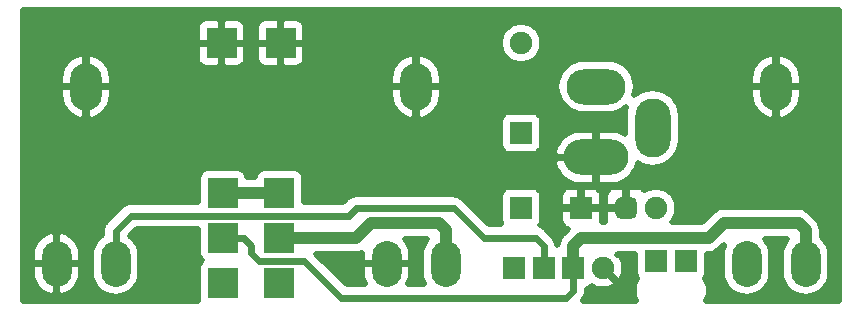
<source format=gbr>
G04 #@! TF.GenerationSoftware,KiCad,Pcbnew,5.1.6-c6e7f7d~87~ubuntu19.10.1*
G04 #@! TF.CreationDate,2022-07-30T15:19:17+06:00*
G04 #@! TF.ProjectId,1590BB2_connector_board_extended_r1a,31353930-4242-4325-9f63-6f6e6e656374,1A*
G04 #@! TF.SameCoordinates,Original*
G04 #@! TF.FileFunction,Copper,L2,Bot*
G04 #@! TF.FilePolarity,Positive*
%FSLAX46Y46*%
G04 Gerber Fmt 4.6, Leading zero omitted, Abs format (unit mm)*
G04 Created by KiCad (PCBNEW 5.1.6-c6e7f7d~87~ubuntu19.10.1) date 2022-07-30 15:19:17*
%MOMM*%
%LPD*%
G01*
G04 APERTURE LIST*
G04 #@! TA.AperFunction,ComponentPad*
%ADD10R,2.500000X2.500000*%
G04 #@! TD*
G04 #@! TA.AperFunction,ComponentPad*
%ADD11O,2.700000X4.000000*%
G04 #@! TD*
G04 #@! TA.AperFunction,ComponentPad*
%ADD12O,2.500000X3.900000*%
G04 #@! TD*
G04 #@! TA.AperFunction,ComponentPad*
%ADD13O,5.500000X3.000000*%
G04 #@! TD*
G04 #@! TA.AperFunction,ComponentPad*
%ADD14O,3.000000X5.000000*%
G04 #@! TD*
G04 #@! TA.AperFunction,ComponentPad*
%ADD15O,5.000000X3.000000*%
G04 #@! TD*
G04 #@! TA.AperFunction,ComponentPad*
%ADD16C,1.900000*%
G04 #@! TD*
G04 #@! TA.AperFunction,ComponentPad*
%ADD17R,1.900000X1.900000*%
G04 #@! TD*
G04 #@! TA.AperFunction,Conductor*
%ADD18C,1.000000*%
G04 #@! TD*
G04 #@! TA.AperFunction,Conductor*
%ADD19C,0.600000*%
G04 #@! TD*
G04 #@! TA.AperFunction,Conductor*
%ADD20C,0.500000*%
G04 #@! TD*
G04 APERTURE END LIST*
D10*
X92670000Y-139075000D03*
X87670000Y-139075000D03*
X87770000Y-151775000D03*
X87770000Y-155575000D03*
X87770000Y-159375000D03*
X92570000Y-151775000D03*
X92570000Y-159375000D03*
X92570000Y-155575000D03*
D11*
X104140000Y-142755000D03*
D12*
X106640000Y-157755000D03*
X101640000Y-157755000D03*
D11*
X134620000Y-142755000D03*
D12*
X137120000Y-157755000D03*
X132120000Y-157755000D03*
X73700000Y-157755000D03*
X78700000Y-157755000D03*
D11*
X76200000Y-142755000D03*
D13*
X119380000Y-148755000D03*
D14*
X124180000Y-146255000D03*
D15*
X119380000Y-142755000D03*
D16*
X113030000Y-139065000D03*
D17*
X113030000Y-146685000D03*
X112455000Y-158115000D03*
X114955000Y-158115000D03*
X117455000Y-158115000D03*
D16*
X119955000Y-158115000D03*
D17*
X118110000Y-153035000D03*
X113030000Y-153035000D03*
X124460000Y-157480000D03*
D16*
X124460000Y-153035000D03*
G04 #@! TA.AperFunction,ComponentPad*
G36*
G01*
X122870000Y-152655000D02*
X122870000Y-153415000D01*
G75*
G02*
X122300000Y-153985000I-570000J0D01*
G01*
X121540000Y-153985000D01*
G75*
G02*
X120970000Y-153415000I0J570000D01*
G01*
X120970000Y-152655000D01*
G75*
G02*
X121540000Y-152085000I570000J0D01*
G01*
X122300000Y-152085000D01*
G75*
G02*
X122870000Y-152655000I0J-570000D01*
G01*
G37*
G04 #@! TD.AperFunction*
D17*
X127000000Y-157480000D03*
D18*
X136525000Y-154305000D02*
X137120000Y-154900000D01*
X137120000Y-154900000D02*
X137120000Y-157755000D01*
X130175000Y-154305000D02*
X136525000Y-154305000D01*
X128905000Y-155575000D02*
X130175000Y-154305000D01*
X118110000Y-155575000D02*
X128905000Y-155575000D01*
X117455000Y-156230000D02*
X118110000Y-155575000D01*
X117455000Y-158115000D02*
X117455000Y-156230000D01*
D19*
X87770000Y-155575000D02*
X89535000Y-155575000D01*
X89535000Y-155575000D02*
X90170000Y-156210000D01*
X90170000Y-156845000D02*
X90805000Y-157480000D01*
X90805000Y-157480000D02*
X94615000Y-157480000D01*
X90170000Y-156210000D02*
X90170000Y-156845000D01*
X94615000Y-157480000D02*
X97790000Y-160655000D01*
X117455000Y-160040000D02*
X117455000Y-158115000D01*
X116840000Y-160655000D02*
X117455000Y-160040000D01*
X97790000Y-160655000D02*
X116840000Y-160655000D01*
X114300000Y-155575000D02*
X114955000Y-156230000D01*
X107315000Y-153035000D02*
X109855000Y-155575000D01*
X99060000Y-153035000D02*
X107315000Y-153035000D01*
X98425000Y-153670000D02*
X99060000Y-153035000D01*
X114955000Y-156230000D02*
X114955000Y-158115000D01*
X109855000Y-155575000D02*
X114300000Y-155575000D01*
X80010000Y-153670000D02*
X98425000Y-153670000D01*
X78700000Y-154980000D02*
X80010000Y-153670000D01*
X78700000Y-157755000D02*
X78700000Y-154980000D01*
D18*
X99060000Y-155575000D02*
X92570000Y-155575000D01*
X100330000Y-154305000D02*
X99060000Y-155575000D01*
X106045000Y-154305000D02*
X100330000Y-154305000D01*
X106640000Y-154900000D02*
X106045000Y-154305000D01*
X106640000Y-157755000D02*
X106640000Y-154900000D01*
X87770000Y-151775000D02*
X92570000Y-151775000D01*
D20*
G36*
X122655888Y-158430000D02*
G01*
X122672300Y-158596629D01*
X122720903Y-158756855D01*
X122799832Y-158904519D01*
X122859067Y-158976697D01*
X122766711Y-159114918D01*
X122622675Y-159462653D01*
X122549245Y-159831807D01*
X122549245Y-160208193D01*
X122622675Y-160577347D01*
X122745966Y-160875000D01*
X118250304Y-160875000D01*
X118272107Y-160857107D01*
X118415816Y-160681997D01*
X118522602Y-160482215D01*
X118588360Y-160265439D01*
X118605000Y-160096492D01*
X118605000Y-160096483D01*
X118610563Y-160040001D01*
X118605000Y-159983519D01*
X118605000Y-159892577D01*
X118731855Y-159854097D01*
X118879519Y-159775168D01*
X119008948Y-159668948D01*
X119020233Y-159655197D01*
X119243463Y-159777873D01*
X119581545Y-159884735D01*
X119933979Y-159923587D01*
X120287221Y-159892936D01*
X120627695Y-159793961D01*
X120942318Y-159630463D01*
X120977276Y-159607107D01*
X121047781Y-159278492D01*
X119955000Y-158185711D01*
X119940858Y-158199853D01*
X119870147Y-158129142D01*
X119884289Y-158115000D01*
X119870147Y-158100858D01*
X119940858Y-158030147D01*
X119955000Y-158044289D01*
X119969142Y-158030147D01*
X120039853Y-158100858D01*
X120025711Y-158115000D01*
X121118492Y-159207781D01*
X121447107Y-159137276D01*
X121617873Y-158826537D01*
X121724735Y-158488455D01*
X121763587Y-158136021D01*
X121732936Y-157782779D01*
X121633961Y-157442305D01*
X121470463Y-157127682D01*
X121447107Y-157092724D01*
X121118494Y-157022219D01*
X121215713Y-156925000D01*
X122655888Y-156925000D01*
X122655888Y-158430000D01*
G37*
X122655888Y-158430000D02*
X122672300Y-158596629D01*
X122720903Y-158756855D01*
X122799832Y-158904519D01*
X122859067Y-158976697D01*
X122766711Y-159114918D01*
X122622675Y-159462653D01*
X122549245Y-159831807D01*
X122549245Y-160208193D01*
X122622675Y-160577347D01*
X122745966Y-160875000D01*
X118250304Y-160875000D01*
X118272107Y-160857107D01*
X118415816Y-160681997D01*
X118522602Y-160482215D01*
X118588360Y-160265439D01*
X118605000Y-160096492D01*
X118605000Y-160096483D01*
X118610563Y-160040001D01*
X118605000Y-159983519D01*
X118605000Y-159892577D01*
X118731855Y-159854097D01*
X118879519Y-159775168D01*
X119008948Y-159668948D01*
X119020233Y-159655197D01*
X119243463Y-159777873D01*
X119581545Y-159884735D01*
X119933979Y-159923587D01*
X120287221Y-159892936D01*
X120627695Y-159793961D01*
X120942318Y-159630463D01*
X120977276Y-159607107D01*
X121047781Y-159278492D01*
X119955000Y-158185711D01*
X119940858Y-158199853D01*
X119870147Y-158129142D01*
X119884289Y-158115000D01*
X119870147Y-158100858D01*
X119940858Y-158030147D01*
X119955000Y-158044289D01*
X119969142Y-158030147D01*
X120039853Y-158100858D01*
X120025711Y-158115000D01*
X121118492Y-159207781D01*
X121447107Y-159137276D01*
X121617873Y-158826537D01*
X121724735Y-158488455D01*
X121763587Y-158136021D01*
X121732936Y-157782779D01*
X121633961Y-157442305D01*
X121470463Y-157127682D01*
X121447107Y-157092724D01*
X121118494Y-157022219D01*
X121215713Y-156925000D01*
X122655888Y-156925000D01*
X122655888Y-158430000D01*
G36*
X139920001Y-160875000D02*
G01*
X128714034Y-160875000D01*
X128837325Y-160577347D01*
X128910755Y-160208193D01*
X128910755Y-159831807D01*
X128837325Y-159462653D01*
X128693289Y-159114918D01*
X128600933Y-158976697D01*
X128660168Y-158904519D01*
X128739097Y-158756855D01*
X128787700Y-158596629D01*
X128804112Y-158430000D01*
X128804112Y-156925000D01*
X128838681Y-156925000D01*
X128905000Y-156931532D01*
X128971319Y-156925000D01*
X128971321Y-156925000D01*
X129169646Y-156905467D01*
X129424122Y-156828272D01*
X129658649Y-156702915D01*
X129864213Y-156534213D01*
X129906491Y-156482697D01*
X130203482Y-156185706D01*
X130170465Y-156247477D01*
X130050385Y-156643329D01*
X130020000Y-156951834D01*
X130020000Y-158558167D01*
X130050385Y-158866672D01*
X130170466Y-159262524D01*
X130365466Y-159627343D01*
X130627892Y-159947109D01*
X130947658Y-160209535D01*
X131312477Y-160404535D01*
X131708329Y-160524615D01*
X132120000Y-160565161D01*
X132531672Y-160524615D01*
X132927524Y-160404535D01*
X133292343Y-160209535D01*
X133612109Y-159947109D01*
X133874535Y-159627343D01*
X134069535Y-159262524D01*
X134189615Y-158866671D01*
X134220000Y-158558166D01*
X134220000Y-156951833D01*
X134189615Y-156643328D01*
X134069535Y-156247476D01*
X133874535Y-155882657D01*
X133687701Y-155655000D01*
X135552299Y-155655000D01*
X135365465Y-155882657D01*
X135170465Y-156247477D01*
X135050385Y-156643329D01*
X135020000Y-156951834D01*
X135020000Y-158558167D01*
X135050385Y-158866672D01*
X135170466Y-159262524D01*
X135365466Y-159627343D01*
X135627892Y-159947109D01*
X135947658Y-160209535D01*
X136312477Y-160404535D01*
X136708329Y-160524615D01*
X137120000Y-160565161D01*
X137531672Y-160524615D01*
X137927524Y-160404535D01*
X138292343Y-160209535D01*
X138612109Y-159947109D01*
X138874535Y-159627343D01*
X139069535Y-159262524D01*
X139189615Y-158866671D01*
X139220000Y-158558166D01*
X139220000Y-156951833D01*
X139189615Y-156643328D01*
X139069535Y-156247476D01*
X138874535Y-155882657D01*
X138612109Y-155562891D01*
X138470000Y-155446265D01*
X138470000Y-154966310D01*
X138476531Y-154899999D01*
X138470000Y-154833688D01*
X138470000Y-154833679D01*
X138450467Y-154635354D01*
X138373272Y-154380878D01*
X138247915Y-154146351D01*
X138160925Y-154040354D01*
X138121490Y-153992302D01*
X138121487Y-153992299D01*
X138079212Y-153940787D01*
X138027701Y-153898513D01*
X137526491Y-153397303D01*
X137484213Y-153345787D01*
X137278649Y-153177085D01*
X137044122Y-153051728D01*
X136789646Y-152974533D01*
X136591321Y-152955000D01*
X136591319Y-152955000D01*
X136525000Y-152948468D01*
X136458681Y-152955000D01*
X130241310Y-152955000D01*
X130174999Y-152948469D01*
X130108688Y-152955000D01*
X130108679Y-152955000D01*
X129910354Y-152974533D01*
X129655878Y-153051728D01*
X129555339Y-153105467D01*
X129421350Y-153177085D01*
X129267301Y-153303510D01*
X129267298Y-153303513D01*
X129215787Y-153345787D01*
X129173513Y-153397298D01*
X128345812Y-154225000D01*
X125815584Y-154225000D01*
X125858151Y-154182433D01*
X126055139Y-153887620D01*
X126190827Y-153560041D01*
X126260000Y-153212284D01*
X126260000Y-152857716D01*
X126190827Y-152509959D01*
X126055139Y-152182380D01*
X125858151Y-151887567D01*
X125607433Y-151636849D01*
X125312620Y-151439861D01*
X124985041Y-151304173D01*
X124637284Y-151235000D01*
X124282716Y-151235000D01*
X123934959Y-151304173D01*
X123607380Y-151439861D01*
X123499372Y-151512029D01*
X123473949Y-151481051D01*
X123344520Y-151374831D01*
X123196855Y-151295902D01*
X123036629Y-151247299D01*
X122870000Y-151230887D01*
X122182500Y-151235000D01*
X121970000Y-151447500D01*
X121970000Y-152985000D01*
X121990000Y-152985000D01*
X121990000Y-153085000D01*
X121970000Y-153085000D01*
X121970000Y-153105000D01*
X121870000Y-153105000D01*
X121870000Y-153085000D01*
X120332500Y-153085000D01*
X120120000Y-153297500D01*
X120115887Y-153985000D01*
X120132299Y-154151629D01*
X120154555Y-154225000D01*
X119875445Y-154225000D01*
X119897701Y-154151629D01*
X119914113Y-153985000D01*
X119910000Y-153297500D01*
X119697500Y-153085000D01*
X118160000Y-153085000D01*
X118160000Y-153105000D01*
X118060000Y-153105000D01*
X118060000Y-153085000D01*
X116522500Y-153085000D01*
X116310000Y-153297500D01*
X116305887Y-153985000D01*
X116322299Y-154151629D01*
X116370902Y-154311855D01*
X116449831Y-154459520D01*
X116556051Y-154588949D01*
X116685480Y-154695169D01*
X116833145Y-154774098D01*
X116962481Y-154813331D01*
X116547299Y-155228513D01*
X116495788Y-155270787D01*
X116453514Y-155322298D01*
X116453510Y-155322302D01*
X116327085Y-155476351D01*
X116201729Y-155710878D01*
X116124534Y-155965354D01*
X116104516Y-156168595D01*
X116088360Y-156004561D01*
X116022602Y-155787785D01*
X115941186Y-155635467D01*
X115915816Y-155588002D01*
X115871863Y-155534446D01*
X115772107Y-155412893D01*
X115728221Y-155376877D01*
X115153125Y-154801781D01*
X115117107Y-154757893D01*
X114941997Y-154614184D01*
X114742215Y-154507398D01*
X114669081Y-154485213D01*
X114690168Y-154459519D01*
X114769097Y-154311855D01*
X114817700Y-154151629D01*
X114834112Y-153985000D01*
X114834112Y-152085000D01*
X116305887Y-152085000D01*
X116310000Y-152772500D01*
X116522500Y-152985000D01*
X118060000Y-152985000D01*
X118060000Y-151447500D01*
X118160000Y-151447500D01*
X118160000Y-152985000D01*
X119697500Y-152985000D01*
X119910000Y-152772500D01*
X119914113Y-152085000D01*
X120115887Y-152085000D01*
X120120000Y-152772500D01*
X120332500Y-152985000D01*
X121870000Y-152985000D01*
X121870000Y-151447500D01*
X121657500Y-151235000D01*
X120970000Y-151230887D01*
X120803371Y-151247299D01*
X120643145Y-151295902D01*
X120495480Y-151374831D01*
X120366051Y-151481051D01*
X120259831Y-151610480D01*
X120180902Y-151758145D01*
X120132299Y-151918371D01*
X120115887Y-152085000D01*
X119914113Y-152085000D01*
X119897701Y-151918371D01*
X119849098Y-151758145D01*
X119770169Y-151610480D01*
X119663949Y-151481051D01*
X119534520Y-151374831D01*
X119386855Y-151295902D01*
X119226629Y-151247299D01*
X119060000Y-151230887D01*
X118372500Y-151235000D01*
X118160000Y-151447500D01*
X118060000Y-151447500D01*
X117847500Y-151235000D01*
X117160000Y-151230887D01*
X116993371Y-151247299D01*
X116833145Y-151295902D01*
X116685480Y-151374831D01*
X116556051Y-151481051D01*
X116449831Y-151610480D01*
X116370902Y-151758145D01*
X116322299Y-151918371D01*
X116305887Y-152085000D01*
X114834112Y-152085000D01*
X114817700Y-151918371D01*
X114769097Y-151758145D01*
X114690168Y-151610481D01*
X114583948Y-151481052D01*
X114454519Y-151374832D01*
X114306855Y-151295903D01*
X114146629Y-151247300D01*
X113980000Y-151230888D01*
X112080000Y-151230888D01*
X111913371Y-151247300D01*
X111753145Y-151295903D01*
X111605481Y-151374832D01*
X111476052Y-151481052D01*
X111369832Y-151610481D01*
X111290903Y-151758145D01*
X111242300Y-151918371D01*
X111225888Y-152085000D01*
X111225888Y-153985000D01*
X111242300Y-154151629D01*
X111290903Y-154311855D01*
X111351381Y-154425000D01*
X110331346Y-154425000D01*
X108168124Y-152261780D01*
X108132107Y-152217893D01*
X107956997Y-152074184D01*
X107757215Y-151967398D01*
X107540439Y-151901640D01*
X107371492Y-151885000D01*
X107371482Y-151885000D01*
X107315000Y-151879437D01*
X107258518Y-151885000D01*
X99116492Y-151885000D01*
X99060000Y-151879436D01*
X98834561Y-151901640D01*
X98617784Y-151967398D01*
X98517894Y-152020791D01*
X98418003Y-152074184D01*
X98242893Y-152217893D01*
X98206875Y-152261781D01*
X97948656Y-152520000D01*
X94674112Y-152520000D01*
X94674112Y-150525000D01*
X94657700Y-150358371D01*
X94609097Y-150198145D01*
X94530168Y-150050481D01*
X94423948Y-149921052D01*
X94294519Y-149814832D01*
X94146855Y-149735903D01*
X93986629Y-149687300D01*
X93820000Y-149670888D01*
X91320000Y-149670888D01*
X91153371Y-149687300D01*
X90993145Y-149735903D01*
X90845481Y-149814832D01*
X90716052Y-149921052D01*
X90609832Y-150050481D01*
X90530903Y-150198145D01*
X90482300Y-150358371D01*
X90475737Y-150425000D01*
X89864263Y-150425000D01*
X89857700Y-150358371D01*
X89809097Y-150198145D01*
X89730168Y-150050481D01*
X89623948Y-149921052D01*
X89494519Y-149814832D01*
X89346855Y-149735903D01*
X89186629Y-149687300D01*
X89020000Y-149670888D01*
X86520000Y-149670888D01*
X86353371Y-149687300D01*
X86193145Y-149735903D01*
X86045481Y-149814832D01*
X85916052Y-149921052D01*
X85809832Y-150050481D01*
X85730903Y-150198145D01*
X85682300Y-150358371D01*
X85665888Y-150525000D01*
X85665888Y-152520000D01*
X80066484Y-152520000D01*
X80010000Y-152514437D01*
X79953516Y-152520000D01*
X79953508Y-152520000D01*
X79784561Y-152536640D01*
X79567784Y-152602398D01*
X79368003Y-152709184D01*
X79192893Y-152852893D01*
X79156881Y-152896774D01*
X77926776Y-154126880D01*
X77882894Y-154162893D01*
X77846882Y-154206774D01*
X77739185Y-154338003D01*
X77632399Y-154537785D01*
X77566641Y-154754561D01*
X77544437Y-154980000D01*
X77550001Y-155036491D01*
X77550001Y-155288522D01*
X77527657Y-155300465D01*
X77207891Y-155562891D01*
X76945465Y-155882657D01*
X76750465Y-156247477D01*
X76630385Y-156643329D01*
X76600000Y-156951834D01*
X76600000Y-158558167D01*
X76630385Y-158866672D01*
X76750466Y-159262524D01*
X76945466Y-159627343D01*
X77207892Y-159947109D01*
X77527658Y-160209535D01*
X77892477Y-160404535D01*
X78288329Y-160524615D01*
X78700000Y-160565161D01*
X79111672Y-160524615D01*
X79507524Y-160404535D01*
X79872343Y-160209535D01*
X80192109Y-159947109D01*
X80454535Y-159627343D01*
X80649535Y-159262524D01*
X80769615Y-158866671D01*
X80800000Y-158558166D01*
X80800000Y-156951833D01*
X80769615Y-156643328D01*
X80649535Y-156247476D01*
X80454535Y-155882657D01*
X80192109Y-155562891D01*
X79945687Y-155360657D01*
X80486345Y-154820000D01*
X85665888Y-154820000D01*
X85665888Y-156825000D01*
X85682300Y-156991629D01*
X85730903Y-157151855D01*
X85809832Y-157299519D01*
X85916052Y-157428948D01*
X85972166Y-157475000D01*
X85916052Y-157521052D01*
X85809832Y-157650481D01*
X85730903Y-157798145D01*
X85682300Y-157958371D01*
X85665888Y-158125000D01*
X85665888Y-160625000D01*
X85682300Y-160791629D01*
X85707590Y-160875000D01*
X70900000Y-160875000D01*
X70900000Y-157805000D01*
X71600000Y-157805000D01*
X71600000Y-158505000D01*
X71650105Y-158913729D01*
X71778987Y-159304829D01*
X71981692Y-159663271D01*
X72250431Y-159975280D01*
X72574876Y-160228865D01*
X72942559Y-160414281D01*
X73322196Y-160520736D01*
X73650000Y-160341838D01*
X73650000Y-157805000D01*
X73750000Y-157805000D01*
X73750000Y-160341838D01*
X74077804Y-160520736D01*
X74457441Y-160414281D01*
X74825124Y-160228865D01*
X75149569Y-159975280D01*
X75418308Y-159663271D01*
X75621013Y-159304829D01*
X75749895Y-158913729D01*
X75800000Y-158505000D01*
X75800000Y-157805000D01*
X73750000Y-157805000D01*
X73650000Y-157805000D01*
X71600000Y-157805000D01*
X70900000Y-157805000D01*
X70900000Y-157005000D01*
X71600000Y-157005000D01*
X71600000Y-157705000D01*
X73650000Y-157705000D01*
X73650000Y-155168162D01*
X73750000Y-155168162D01*
X73750000Y-157705000D01*
X75800000Y-157705000D01*
X75800000Y-157005000D01*
X75749895Y-156596271D01*
X75621013Y-156205171D01*
X75418308Y-155846729D01*
X75149569Y-155534720D01*
X74825124Y-155281135D01*
X74457441Y-155095719D01*
X74077804Y-154989264D01*
X73750000Y-155168162D01*
X73650000Y-155168162D01*
X73322196Y-154989264D01*
X72942559Y-155095719D01*
X72574876Y-155281135D01*
X72250431Y-155534720D01*
X71981692Y-155846729D01*
X71778987Y-156205171D01*
X71650105Y-156596271D01*
X71600000Y-157005000D01*
X70900000Y-157005000D01*
X70900000Y-149171922D01*
X115817280Y-149171922D01*
X115939747Y-149608111D01*
X116148266Y-150019016D01*
X116432942Y-150381345D01*
X116782835Y-150681175D01*
X117184499Y-150906983D01*
X117622498Y-151050091D01*
X118080000Y-151105000D01*
X119330000Y-151105000D01*
X119330000Y-148805000D01*
X115993085Y-148805000D01*
X115817280Y-149171922D01*
X70900000Y-149171922D01*
X70900000Y-145735000D01*
X111225888Y-145735000D01*
X111225888Y-147635000D01*
X111242300Y-147801629D01*
X111290903Y-147961855D01*
X111369832Y-148109519D01*
X111476052Y-148238948D01*
X111605481Y-148345168D01*
X111753145Y-148424097D01*
X111913371Y-148472700D01*
X112080000Y-148489112D01*
X113980000Y-148489112D01*
X114146629Y-148472700D01*
X114306855Y-148424097D01*
X114454519Y-148345168D01*
X114463158Y-148338078D01*
X115817280Y-148338078D01*
X115993085Y-148705000D01*
X119330000Y-148705000D01*
X119330000Y-146405000D01*
X118080000Y-146405000D01*
X117622498Y-146459909D01*
X117184499Y-146603017D01*
X116782835Y-146828825D01*
X116432942Y-147128655D01*
X116148266Y-147490984D01*
X115939747Y-147901889D01*
X115817280Y-148338078D01*
X114463158Y-148338078D01*
X114583948Y-148238948D01*
X114690168Y-148109519D01*
X114769097Y-147961855D01*
X114817700Y-147801629D01*
X114834112Y-147635000D01*
X114834112Y-145735000D01*
X114817700Y-145568371D01*
X114769097Y-145408145D01*
X114690168Y-145260481D01*
X114583948Y-145131052D01*
X114454519Y-145024832D01*
X114306855Y-144945903D01*
X114146629Y-144897300D01*
X113980000Y-144880888D01*
X112080000Y-144880888D01*
X111913371Y-144897300D01*
X111753145Y-144945903D01*
X111605481Y-145024832D01*
X111476052Y-145131052D01*
X111369832Y-145260481D01*
X111290903Y-145408145D01*
X111242300Y-145568371D01*
X111225888Y-145735000D01*
X70900000Y-145735000D01*
X70900000Y-142805000D01*
X74000000Y-142805000D01*
X74000000Y-143455000D01*
X74052027Y-143883238D01*
X74186599Y-144293098D01*
X74398545Y-144668828D01*
X74679720Y-144995990D01*
X75019319Y-145262011D01*
X75404290Y-145456668D01*
X75806549Y-145569532D01*
X76150000Y-145391871D01*
X76150000Y-142805000D01*
X76250000Y-142805000D01*
X76250000Y-145391871D01*
X76593451Y-145569532D01*
X76995710Y-145456668D01*
X77380681Y-145262011D01*
X77720280Y-144995990D01*
X78001455Y-144668828D01*
X78213401Y-144293098D01*
X78347973Y-143883238D01*
X78400000Y-143455000D01*
X78400000Y-142805000D01*
X101940000Y-142805000D01*
X101940000Y-143455000D01*
X101992027Y-143883238D01*
X102126599Y-144293098D01*
X102338545Y-144668828D01*
X102619720Y-144995990D01*
X102959319Y-145262011D01*
X103344290Y-145456668D01*
X103746549Y-145569532D01*
X104090000Y-145391871D01*
X104090000Y-142805000D01*
X104190000Y-142805000D01*
X104190000Y-145391871D01*
X104533451Y-145569532D01*
X104935710Y-145456668D01*
X105320681Y-145262011D01*
X105660280Y-144995990D01*
X105941455Y-144668828D01*
X106153401Y-144293098D01*
X106287973Y-143883238D01*
X106340000Y-143455000D01*
X106340000Y-142805000D01*
X104190000Y-142805000D01*
X104090000Y-142805000D01*
X101940000Y-142805000D01*
X78400000Y-142805000D01*
X76250000Y-142805000D01*
X76150000Y-142805000D01*
X74000000Y-142805000D01*
X70900000Y-142805000D01*
X70900000Y-142755000D01*
X116018630Y-142755000D01*
X116064003Y-143215680D01*
X116198379Y-143658657D01*
X116416593Y-144066907D01*
X116710259Y-144424741D01*
X117068093Y-144718407D01*
X117476343Y-144936621D01*
X117919320Y-145070997D01*
X118264558Y-145105000D01*
X120495442Y-145105000D01*
X120840680Y-145070997D01*
X121283657Y-144936621D01*
X121691907Y-144718407D01*
X121951709Y-144505193D01*
X121864003Y-144794321D01*
X121830000Y-145139559D01*
X121830000Y-146746092D01*
X121575501Y-146603017D01*
X121137502Y-146459909D01*
X120680000Y-146405000D01*
X119430000Y-146405000D01*
X119430000Y-148705000D01*
X119450000Y-148705000D01*
X119450000Y-148805000D01*
X119430000Y-148805000D01*
X119430000Y-151105000D01*
X120680000Y-151105000D01*
X121137502Y-151050091D01*
X121575501Y-150906983D01*
X121977165Y-150681175D01*
X122327058Y-150381345D01*
X122611734Y-150019016D01*
X122820253Y-149608111D01*
X122921634Y-149247025D01*
X123276344Y-149436621D01*
X123719321Y-149570997D01*
X124180000Y-149616370D01*
X124640680Y-149570997D01*
X125083657Y-149436621D01*
X125491907Y-149218407D01*
X125849741Y-148924741D01*
X126143407Y-148566907D01*
X126361621Y-148158657D01*
X126495997Y-147715680D01*
X126530000Y-147370442D01*
X126530000Y-145139558D01*
X126495997Y-144794320D01*
X126361621Y-144351343D01*
X126143407Y-143943093D01*
X125849741Y-143585259D01*
X125491906Y-143291593D01*
X125083656Y-143073379D01*
X124640679Y-142939003D01*
X124180000Y-142893630D01*
X123719320Y-142939003D01*
X123276343Y-143073379D01*
X122868093Y-143291593D01*
X122608291Y-143504806D01*
X122695997Y-143215680D01*
X122736445Y-142805000D01*
X132420000Y-142805000D01*
X132420000Y-143455000D01*
X132472027Y-143883238D01*
X132606599Y-144293098D01*
X132818545Y-144668828D01*
X133099720Y-144995990D01*
X133439319Y-145262011D01*
X133824290Y-145456668D01*
X134226549Y-145569532D01*
X134570000Y-145391871D01*
X134570000Y-142805000D01*
X134670000Y-142805000D01*
X134670000Y-145391871D01*
X135013451Y-145569532D01*
X135415710Y-145456668D01*
X135800681Y-145262011D01*
X136140280Y-144995990D01*
X136421455Y-144668828D01*
X136633401Y-144293098D01*
X136767973Y-143883238D01*
X136820000Y-143455000D01*
X136820000Y-142805000D01*
X134670000Y-142805000D01*
X134570000Y-142805000D01*
X132420000Y-142805000D01*
X122736445Y-142805000D01*
X122741370Y-142755000D01*
X122695997Y-142294320D01*
X122623400Y-142055000D01*
X132420000Y-142055000D01*
X132420000Y-142705000D01*
X134570000Y-142705000D01*
X134570000Y-140118129D01*
X134670000Y-140118129D01*
X134670000Y-142705000D01*
X136820000Y-142705000D01*
X136820000Y-142055000D01*
X136767973Y-141626762D01*
X136633401Y-141216902D01*
X136421455Y-140841172D01*
X136140280Y-140514010D01*
X135800681Y-140247989D01*
X135415710Y-140053332D01*
X135013451Y-139940468D01*
X134670000Y-140118129D01*
X134570000Y-140118129D01*
X134226549Y-139940468D01*
X133824290Y-140053332D01*
X133439319Y-140247989D01*
X133099720Y-140514010D01*
X132818545Y-140841172D01*
X132606599Y-141216902D01*
X132472027Y-141626762D01*
X132420000Y-142055000D01*
X122623400Y-142055000D01*
X122561621Y-141851343D01*
X122343407Y-141443093D01*
X122049741Y-141085259D01*
X121691907Y-140791593D01*
X121283657Y-140573379D01*
X120840680Y-140439003D01*
X120495442Y-140405000D01*
X118264558Y-140405000D01*
X117919320Y-140439003D01*
X117476343Y-140573379D01*
X117068093Y-140791593D01*
X116710259Y-141085259D01*
X116416593Y-141443093D01*
X116198379Y-141851343D01*
X116064003Y-142294320D01*
X116018630Y-142755000D01*
X70900000Y-142755000D01*
X70900000Y-142055000D01*
X74000000Y-142055000D01*
X74000000Y-142705000D01*
X76150000Y-142705000D01*
X76150000Y-140118129D01*
X76250000Y-140118129D01*
X76250000Y-142705000D01*
X78400000Y-142705000D01*
X78400000Y-142055000D01*
X101940000Y-142055000D01*
X101940000Y-142705000D01*
X104090000Y-142705000D01*
X104090000Y-140118129D01*
X104190000Y-140118129D01*
X104190000Y-142705000D01*
X106340000Y-142705000D01*
X106340000Y-142055000D01*
X106287973Y-141626762D01*
X106153401Y-141216902D01*
X105941455Y-140841172D01*
X105660280Y-140514010D01*
X105320681Y-140247989D01*
X104935710Y-140053332D01*
X104533451Y-139940468D01*
X104190000Y-140118129D01*
X104090000Y-140118129D01*
X103746549Y-139940468D01*
X103344290Y-140053332D01*
X102959319Y-140247989D01*
X102619720Y-140514010D01*
X102338545Y-140841172D01*
X102126599Y-141216902D01*
X101992027Y-141626762D01*
X101940000Y-142055000D01*
X78400000Y-142055000D01*
X78347973Y-141626762D01*
X78213401Y-141216902D01*
X78001455Y-140841172D01*
X77720280Y-140514010D01*
X77478993Y-140325000D01*
X85565887Y-140325000D01*
X85582299Y-140491629D01*
X85630902Y-140651855D01*
X85709831Y-140799520D01*
X85816051Y-140928949D01*
X85945480Y-141035169D01*
X86093145Y-141114098D01*
X86253371Y-141162701D01*
X86420000Y-141179113D01*
X87407500Y-141175000D01*
X87620000Y-140962500D01*
X87620000Y-139125000D01*
X87720000Y-139125000D01*
X87720000Y-140962500D01*
X87932500Y-141175000D01*
X88920000Y-141179113D01*
X89086629Y-141162701D01*
X89246855Y-141114098D01*
X89394520Y-141035169D01*
X89523949Y-140928949D01*
X89630169Y-140799520D01*
X89709098Y-140651855D01*
X89757701Y-140491629D01*
X89774113Y-140325000D01*
X90565887Y-140325000D01*
X90582299Y-140491629D01*
X90630902Y-140651855D01*
X90709831Y-140799520D01*
X90816051Y-140928949D01*
X90945480Y-141035169D01*
X91093145Y-141114098D01*
X91253371Y-141162701D01*
X91420000Y-141179113D01*
X92407500Y-141175000D01*
X92620000Y-140962500D01*
X92620000Y-139125000D01*
X92720000Y-139125000D01*
X92720000Y-140962500D01*
X92932500Y-141175000D01*
X93920000Y-141179113D01*
X94086629Y-141162701D01*
X94246855Y-141114098D01*
X94394520Y-141035169D01*
X94523949Y-140928949D01*
X94630169Y-140799520D01*
X94709098Y-140651855D01*
X94757701Y-140491629D01*
X94774113Y-140325000D01*
X94770000Y-139337500D01*
X94557500Y-139125000D01*
X92720000Y-139125000D01*
X92620000Y-139125000D01*
X90782500Y-139125000D01*
X90570000Y-139337500D01*
X90565887Y-140325000D01*
X89774113Y-140325000D01*
X89770000Y-139337500D01*
X89557500Y-139125000D01*
X87720000Y-139125000D01*
X87620000Y-139125000D01*
X85782500Y-139125000D01*
X85570000Y-139337500D01*
X85565887Y-140325000D01*
X77478993Y-140325000D01*
X77380681Y-140247989D01*
X76995710Y-140053332D01*
X76593451Y-139940468D01*
X76250000Y-140118129D01*
X76150000Y-140118129D01*
X75806549Y-139940468D01*
X75404290Y-140053332D01*
X75019319Y-140247989D01*
X74679720Y-140514010D01*
X74398545Y-140841172D01*
X74186599Y-141216902D01*
X74052027Y-141626762D01*
X74000000Y-142055000D01*
X70900000Y-142055000D01*
X70900000Y-137825000D01*
X85565887Y-137825000D01*
X85570000Y-138812500D01*
X85782500Y-139025000D01*
X87620000Y-139025000D01*
X87620000Y-137187500D01*
X87720000Y-137187500D01*
X87720000Y-139025000D01*
X89557500Y-139025000D01*
X89770000Y-138812500D01*
X89774113Y-137825000D01*
X90565887Y-137825000D01*
X90570000Y-138812500D01*
X90782500Y-139025000D01*
X92620000Y-139025000D01*
X92620000Y-137187500D01*
X92720000Y-137187500D01*
X92720000Y-139025000D01*
X94557500Y-139025000D01*
X94694784Y-138887716D01*
X111230000Y-138887716D01*
X111230000Y-139242284D01*
X111299173Y-139590041D01*
X111434861Y-139917620D01*
X111631849Y-140212433D01*
X111882567Y-140463151D01*
X112177380Y-140660139D01*
X112504959Y-140795827D01*
X112852716Y-140865000D01*
X113207284Y-140865000D01*
X113555041Y-140795827D01*
X113882620Y-140660139D01*
X114177433Y-140463151D01*
X114428151Y-140212433D01*
X114625139Y-139917620D01*
X114760827Y-139590041D01*
X114830000Y-139242284D01*
X114830000Y-138887716D01*
X114760827Y-138539959D01*
X114625139Y-138212380D01*
X114428151Y-137917567D01*
X114177433Y-137666849D01*
X113882620Y-137469861D01*
X113555041Y-137334173D01*
X113207284Y-137265000D01*
X112852716Y-137265000D01*
X112504959Y-137334173D01*
X112177380Y-137469861D01*
X111882567Y-137666849D01*
X111631849Y-137917567D01*
X111434861Y-138212380D01*
X111299173Y-138539959D01*
X111230000Y-138887716D01*
X94694784Y-138887716D01*
X94770000Y-138812500D01*
X94774113Y-137825000D01*
X94757701Y-137658371D01*
X94709098Y-137498145D01*
X94630169Y-137350480D01*
X94523949Y-137221051D01*
X94394520Y-137114831D01*
X94246855Y-137035902D01*
X94086629Y-136987299D01*
X93920000Y-136970887D01*
X92932500Y-136975000D01*
X92720000Y-137187500D01*
X92620000Y-137187500D01*
X92407500Y-136975000D01*
X91420000Y-136970887D01*
X91253371Y-136987299D01*
X91093145Y-137035902D01*
X90945480Y-137114831D01*
X90816051Y-137221051D01*
X90709831Y-137350480D01*
X90630902Y-137498145D01*
X90582299Y-137658371D01*
X90565887Y-137825000D01*
X89774113Y-137825000D01*
X89757701Y-137658371D01*
X89709098Y-137498145D01*
X89630169Y-137350480D01*
X89523949Y-137221051D01*
X89394520Y-137114831D01*
X89246855Y-137035902D01*
X89086629Y-136987299D01*
X88920000Y-136970887D01*
X87932500Y-136975000D01*
X87720000Y-137187500D01*
X87620000Y-137187500D01*
X87407500Y-136975000D01*
X86420000Y-136970887D01*
X86253371Y-136987299D01*
X86093145Y-137035902D01*
X85945480Y-137114831D01*
X85816051Y-137221051D01*
X85709831Y-137350480D01*
X85630902Y-137498145D01*
X85582299Y-137658371D01*
X85565887Y-137825000D01*
X70900000Y-137825000D01*
X70900000Y-136305000D01*
X139920000Y-136305000D01*
X139920001Y-160875000D01*
G37*
X139920001Y-160875000D02*
X128714034Y-160875000D01*
X128837325Y-160577347D01*
X128910755Y-160208193D01*
X128910755Y-159831807D01*
X128837325Y-159462653D01*
X128693289Y-159114918D01*
X128600933Y-158976697D01*
X128660168Y-158904519D01*
X128739097Y-158756855D01*
X128787700Y-158596629D01*
X128804112Y-158430000D01*
X128804112Y-156925000D01*
X128838681Y-156925000D01*
X128905000Y-156931532D01*
X128971319Y-156925000D01*
X128971321Y-156925000D01*
X129169646Y-156905467D01*
X129424122Y-156828272D01*
X129658649Y-156702915D01*
X129864213Y-156534213D01*
X129906491Y-156482697D01*
X130203482Y-156185706D01*
X130170465Y-156247477D01*
X130050385Y-156643329D01*
X130020000Y-156951834D01*
X130020000Y-158558167D01*
X130050385Y-158866672D01*
X130170466Y-159262524D01*
X130365466Y-159627343D01*
X130627892Y-159947109D01*
X130947658Y-160209535D01*
X131312477Y-160404535D01*
X131708329Y-160524615D01*
X132120000Y-160565161D01*
X132531672Y-160524615D01*
X132927524Y-160404535D01*
X133292343Y-160209535D01*
X133612109Y-159947109D01*
X133874535Y-159627343D01*
X134069535Y-159262524D01*
X134189615Y-158866671D01*
X134220000Y-158558166D01*
X134220000Y-156951833D01*
X134189615Y-156643328D01*
X134069535Y-156247476D01*
X133874535Y-155882657D01*
X133687701Y-155655000D01*
X135552299Y-155655000D01*
X135365465Y-155882657D01*
X135170465Y-156247477D01*
X135050385Y-156643329D01*
X135020000Y-156951834D01*
X135020000Y-158558167D01*
X135050385Y-158866672D01*
X135170466Y-159262524D01*
X135365466Y-159627343D01*
X135627892Y-159947109D01*
X135947658Y-160209535D01*
X136312477Y-160404535D01*
X136708329Y-160524615D01*
X137120000Y-160565161D01*
X137531672Y-160524615D01*
X137927524Y-160404535D01*
X138292343Y-160209535D01*
X138612109Y-159947109D01*
X138874535Y-159627343D01*
X139069535Y-159262524D01*
X139189615Y-158866671D01*
X139220000Y-158558166D01*
X139220000Y-156951833D01*
X139189615Y-156643328D01*
X139069535Y-156247476D01*
X138874535Y-155882657D01*
X138612109Y-155562891D01*
X138470000Y-155446265D01*
X138470000Y-154966310D01*
X138476531Y-154899999D01*
X138470000Y-154833688D01*
X138470000Y-154833679D01*
X138450467Y-154635354D01*
X138373272Y-154380878D01*
X138247915Y-154146351D01*
X138160925Y-154040354D01*
X138121490Y-153992302D01*
X138121487Y-153992299D01*
X138079212Y-153940787D01*
X138027701Y-153898513D01*
X137526491Y-153397303D01*
X137484213Y-153345787D01*
X137278649Y-153177085D01*
X137044122Y-153051728D01*
X136789646Y-152974533D01*
X136591321Y-152955000D01*
X136591319Y-152955000D01*
X136525000Y-152948468D01*
X136458681Y-152955000D01*
X130241310Y-152955000D01*
X130174999Y-152948469D01*
X130108688Y-152955000D01*
X130108679Y-152955000D01*
X129910354Y-152974533D01*
X129655878Y-153051728D01*
X129555339Y-153105467D01*
X129421350Y-153177085D01*
X129267301Y-153303510D01*
X129267298Y-153303513D01*
X129215787Y-153345787D01*
X129173513Y-153397298D01*
X128345812Y-154225000D01*
X125815584Y-154225000D01*
X125858151Y-154182433D01*
X126055139Y-153887620D01*
X126190827Y-153560041D01*
X126260000Y-153212284D01*
X126260000Y-152857716D01*
X126190827Y-152509959D01*
X126055139Y-152182380D01*
X125858151Y-151887567D01*
X125607433Y-151636849D01*
X125312620Y-151439861D01*
X124985041Y-151304173D01*
X124637284Y-151235000D01*
X124282716Y-151235000D01*
X123934959Y-151304173D01*
X123607380Y-151439861D01*
X123499372Y-151512029D01*
X123473949Y-151481051D01*
X123344520Y-151374831D01*
X123196855Y-151295902D01*
X123036629Y-151247299D01*
X122870000Y-151230887D01*
X122182500Y-151235000D01*
X121970000Y-151447500D01*
X121970000Y-152985000D01*
X121990000Y-152985000D01*
X121990000Y-153085000D01*
X121970000Y-153085000D01*
X121970000Y-153105000D01*
X121870000Y-153105000D01*
X121870000Y-153085000D01*
X120332500Y-153085000D01*
X120120000Y-153297500D01*
X120115887Y-153985000D01*
X120132299Y-154151629D01*
X120154555Y-154225000D01*
X119875445Y-154225000D01*
X119897701Y-154151629D01*
X119914113Y-153985000D01*
X119910000Y-153297500D01*
X119697500Y-153085000D01*
X118160000Y-153085000D01*
X118160000Y-153105000D01*
X118060000Y-153105000D01*
X118060000Y-153085000D01*
X116522500Y-153085000D01*
X116310000Y-153297500D01*
X116305887Y-153985000D01*
X116322299Y-154151629D01*
X116370902Y-154311855D01*
X116449831Y-154459520D01*
X116556051Y-154588949D01*
X116685480Y-154695169D01*
X116833145Y-154774098D01*
X116962481Y-154813331D01*
X116547299Y-155228513D01*
X116495788Y-155270787D01*
X116453514Y-155322298D01*
X116453510Y-155322302D01*
X116327085Y-155476351D01*
X116201729Y-155710878D01*
X116124534Y-155965354D01*
X116104516Y-156168595D01*
X116088360Y-156004561D01*
X116022602Y-155787785D01*
X115941186Y-155635467D01*
X115915816Y-155588002D01*
X115871863Y-155534446D01*
X115772107Y-155412893D01*
X115728221Y-155376877D01*
X115153125Y-154801781D01*
X115117107Y-154757893D01*
X114941997Y-154614184D01*
X114742215Y-154507398D01*
X114669081Y-154485213D01*
X114690168Y-154459519D01*
X114769097Y-154311855D01*
X114817700Y-154151629D01*
X114834112Y-153985000D01*
X114834112Y-152085000D01*
X116305887Y-152085000D01*
X116310000Y-152772500D01*
X116522500Y-152985000D01*
X118060000Y-152985000D01*
X118060000Y-151447500D01*
X118160000Y-151447500D01*
X118160000Y-152985000D01*
X119697500Y-152985000D01*
X119910000Y-152772500D01*
X119914113Y-152085000D01*
X120115887Y-152085000D01*
X120120000Y-152772500D01*
X120332500Y-152985000D01*
X121870000Y-152985000D01*
X121870000Y-151447500D01*
X121657500Y-151235000D01*
X120970000Y-151230887D01*
X120803371Y-151247299D01*
X120643145Y-151295902D01*
X120495480Y-151374831D01*
X120366051Y-151481051D01*
X120259831Y-151610480D01*
X120180902Y-151758145D01*
X120132299Y-151918371D01*
X120115887Y-152085000D01*
X119914113Y-152085000D01*
X119897701Y-151918371D01*
X119849098Y-151758145D01*
X119770169Y-151610480D01*
X119663949Y-151481051D01*
X119534520Y-151374831D01*
X119386855Y-151295902D01*
X119226629Y-151247299D01*
X119060000Y-151230887D01*
X118372500Y-151235000D01*
X118160000Y-151447500D01*
X118060000Y-151447500D01*
X117847500Y-151235000D01*
X117160000Y-151230887D01*
X116993371Y-151247299D01*
X116833145Y-151295902D01*
X116685480Y-151374831D01*
X116556051Y-151481051D01*
X116449831Y-151610480D01*
X116370902Y-151758145D01*
X116322299Y-151918371D01*
X116305887Y-152085000D01*
X114834112Y-152085000D01*
X114817700Y-151918371D01*
X114769097Y-151758145D01*
X114690168Y-151610481D01*
X114583948Y-151481052D01*
X114454519Y-151374832D01*
X114306855Y-151295903D01*
X114146629Y-151247300D01*
X113980000Y-151230888D01*
X112080000Y-151230888D01*
X111913371Y-151247300D01*
X111753145Y-151295903D01*
X111605481Y-151374832D01*
X111476052Y-151481052D01*
X111369832Y-151610481D01*
X111290903Y-151758145D01*
X111242300Y-151918371D01*
X111225888Y-152085000D01*
X111225888Y-153985000D01*
X111242300Y-154151629D01*
X111290903Y-154311855D01*
X111351381Y-154425000D01*
X110331346Y-154425000D01*
X108168124Y-152261780D01*
X108132107Y-152217893D01*
X107956997Y-152074184D01*
X107757215Y-151967398D01*
X107540439Y-151901640D01*
X107371492Y-151885000D01*
X107371482Y-151885000D01*
X107315000Y-151879437D01*
X107258518Y-151885000D01*
X99116492Y-151885000D01*
X99060000Y-151879436D01*
X98834561Y-151901640D01*
X98617784Y-151967398D01*
X98517894Y-152020791D01*
X98418003Y-152074184D01*
X98242893Y-152217893D01*
X98206875Y-152261781D01*
X97948656Y-152520000D01*
X94674112Y-152520000D01*
X94674112Y-150525000D01*
X94657700Y-150358371D01*
X94609097Y-150198145D01*
X94530168Y-150050481D01*
X94423948Y-149921052D01*
X94294519Y-149814832D01*
X94146855Y-149735903D01*
X93986629Y-149687300D01*
X93820000Y-149670888D01*
X91320000Y-149670888D01*
X91153371Y-149687300D01*
X90993145Y-149735903D01*
X90845481Y-149814832D01*
X90716052Y-149921052D01*
X90609832Y-150050481D01*
X90530903Y-150198145D01*
X90482300Y-150358371D01*
X90475737Y-150425000D01*
X89864263Y-150425000D01*
X89857700Y-150358371D01*
X89809097Y-150198145D01*
X89730168Y-150050481D01*
X89623948Y-149921052D01*
X89494519Y-149814832D01*
X89346855Y-149735903D01*
X89186629Y-149687300D01*
X89020000Y-149670888D01*
X86520000Y-149670888D01*
X86353371Y-149687300D01*
X86193145Y-149735903D01*
X86045481Y-149814832D01*
X85916052Y-149921052D01*
X85809832Y-150050481D01*
X85730903Y-150198145D01*
X85682300Y-150358371D01*
X85665888Y-150525000D01*
X85665888Y-152520000D01*
X80066484Y-152520000D01*
X80010000Y-152514437D01*
X79953516Y-152520000D01*
X79953508Y-152520000D01*
X79784561Y-152536640D01*
X79567784Y-152602398D01*
X79368003Y-152709184D01*
X79192893Y-152852893D01*
X79156881Y-152896774D01*
X77926776Y-154126880D01*
X77882894Y-154162893D01*
X77846882Y-154206774D01*
X77739185Y-154338003D01*
X77632399Y-154537785D01*
X77566641Y-154754561D01*
X77544437Y-154980000D01*
X77550001Y-155036491D01*
X77550001Y-155288522D01*
X77527657Y-155300465D01*
X77207891Y-155562891D01*
X76945465Y-155882657D01*
X76750465Y-156247477D01*
X76630385Y-156643329D01*
X76600000Y-156951834D01*
X76600000Y-158558167D01*
X76630385Y-158866672D01*
X76750466Y-159262524D01*
X76945466Y-159627343D01*
X77207892Y-159947109D01*
X77527658Y-160209535D01*
X77892477Y-160404535D01*
X78288329Y-160524615D01*
X78700000Y-160565161D01*
X79111672Y-160524615D01*
X79507524Y-160404535D01*
X79872343Y-160209535D01*
X80192109Y-159947109D01*
X80454535Y-159627343D01*
X80649535Y-159262524D01*
X80769615Y-158866671D01*
X80800000Y-158558166D01*
X80800000Y-156951833D01*
X80769615Y-156643328D01*
X80649535Y-156247476D01*
X80454535Y-155882657D01*
X80192109Y-155562891D01*
X79945687Y-155360657D01*
X80486345Y-154820000D01*
X85665888Y-154820000D01*
X85665888Y-156825000D01*
X85682300Y-156991629D01*
X85730903Y-157151855D01*
X85809832Y-157299519D01*
X85916052Y-157428948D01*
X85972166Y-157475000D01*
X85916052Y-157521052D01*
X85809832Y-157650481D01*
X85730903Y-157798145D01*
X85682300Y-157958371D01*
X85665888Y-158125000D01*
X85665888Y-160625000D01*
X85682300Y-160791629D01*
X85707590Y-160875000D01*
X70900000Y-160875000D01*
X70900000Y-157805000D01*
X71600000Y-157805000D01*
X71600000Y-158505000D01*
X71650105Y-158913729D01*
X71778987Y-159304829D01*
X71981692Y-159663271D01*
X72250431Y-159975280D01*
X72574876Y-160228865D01*
X72942559Y-160414281D01*
X73322196Y-160520736D01*
X73650000Y-160341838D01*
X73650000Y-157805000D01*
X73750000Y-157805000D01*
X73750000Y-160341838D01*
X74077804Y-160520736D01*
X74457441Y-160414281D01*
X74825124Y-160228865D01*
X75149569Y-159975280D01*
X75418308Y-159663271D01*
X75621013Y-159304829D01*
X75749895Y-158913729D01*
X75800000Y-158505000D01*
X75800000Y-157805000D01*
X73750000Y-157805000D01*
X73650000Y-157805000D01*
X71600000Y-157805000D01*
X70900000Y-157805000D01*
X70900000Y-157005000D01*
X71600000Y-157005000D01*
X71600000Y-157705000D01*
X73650000Y-157705000D01*
X73650000Y-155168162D01*
X73750000Y-155168162D01*
X73750000Y-157705000D01*
X75800000Y-157705000D01*
X75800000Y-157005000D01*
X75749895Y-156596271D01*
X75621013Y-156205171D01*
X75418308Y-155846729D01*
X75149569Y-155534720D01*
X74825124Y-155281135D01*
X74457441Y-155095719D01*
X74077804Y-154989264D01*
X73750000Y-155168162D01*
X73650000Y-155168162D01*
X73322196Y-154989264D01*
X72942559Y-155095719D01*
X72574876Y-155281135D01*
X72250431Y-155534720D01*
X71981692Y-155846729D01*
X71778987Y-156205171D01*
X71650105Y-156596271D01*
X71600000Y-157005000D01*
X70900000Y-157005000D01*
X70900000Y-149171922D01*
X115817280Y-149171922D01*
X115939747Y-149608111D01*
X116148266Y-150019016D01*
X116432942Y-150381345D01*
X116782835Y-150681175D01*
X117184499Y-150906983D01*
X117622498Y-151050091D01*
X118080000Y-151105000D01*
X119330000Y-151105000D01*
X119330000Y-148805000D01*
X115993085Y-148805000D01*
X115817280Y-149171922D01*
X70900000Y-149171922D01*
X70900000Y-145735000D01*
X111225888Y-145735000D01*
X111225888Y-147635000D01*
X111242300Y-147801629D01*
X111290903Y-147961855D01*
X111369832Y-148109519D01*
X111476052Y-148238948D01*
X111605481Y-148345168D01*
X111753145Y-148424097D01*
X111913371Y-148472700D01*
X112080000Y-148489112D01*
X113980000Y-148489112D01*
X114146629Y-148472700D01*
X114306855Y-148424097D01*
X114454519Y-148345168D01*
X114463158Y-148338078D01*
X115817280Y-148338078D01*
X115993085Y-148705000D01*
X119330000Y-148705000D01*
X119330000Y-146405000D01*
X118080000Y-146405000D01*
X117622498Y-146459909D01*
X117184499Y-146603017D01*
X116782835Y-146828825D01*
X116432942Y-147128655D01*
X116148266Y-147490984D01*
X115939747Y-147901889D01*
X115817280Y-148338078D01*
X114463158Y-148338078D01*
X114583948Y-148238948D01*
X114690168Y-148109519D01*
X114769097Y-147961855D01*
X114817700Y-147801629D01*
X114834112Y-147635000D01*
X114834112Y-145735000D01*
X114817700Y-145568371D01*
X114769097Y-145408145D01*
X114690168Y-145260481D01*
X114583948Y-145131052D01*
X114454519Y-145024832D01*
X114306855Y-144945903D01*
X114146629Y-144897300D01*
X113980000Y-144880888D01*
X112080000Y-144880888D01*
X111913371Y-144897300D01*
X111753145Y-144945903D01*
X111605481Y-145024832D01*
X111476052Y-145131052D01*
X111369832Y-145260481D01*
X111290903Y-145408145D01*
X111242300Y-145568371D01*
X111225888Y-145735000D01*
X70900000Y-145735000D01*
X70900000Y-142805000D01*
X74000000Y-142805000D01*
X74000000Y-143455000D01*
X74052027Y-143883238D01*
X74186599Y-144293098D01*
X74398545Y-144668828D01*
X74679720Y-144995990D01*
X75019319Y-145262011D01*
X75404290Y-145456668D01*
X75806549Y-145569532D01*
X76150000Y-145391871D01*
X76150000Y-142805000D01*
X76250000Y-142805000D01*
X76250000Y-145391871D01*
X76593451Y-145569532D01*
X76995710Y-145456668D01*
X77380681Y-145262011D01*
X77720280Y-144995990D01*
X78001455Y-144668828D01*
X78213401Y-144293098D01*
X78347973Y-143883238D01*
X78400000Y-143455000D01*
X78400000Y-142805000D01*
X101940000Y-142805000D01*
X101940000Y-143455000D01*
X101992027Y-143883238D01*
X102126599Y-144293098D01*
X102338545Y-144668828D01*
X102619720Y-144995990D01*
X102959319Y-145262011D01*
X103344290Y-145456668D01*
X103746549Y-145569532D01*
X104090000Y-145391871D01*
X104090000Y-142805000D01*
X104190000Y-142805000D01*
X104190000Y-145391871D01*
X104533451Y-145569532D01*
X104935710Y-145456668D01*
X105320681Y-145262011D01*
X105660280Y-144995990D01*
X105941455Y-144668828D01*
X106153401Y-144293098D01*
X106287973Y-143883238D01*
X106340000Y-143455000D01*
X106340000Y-142805000D01*
X104190000Y-142805000D01*
X104090000Y-142805000D01*
X101940000Y-142805000D01*
X78400000Y-142805000D01*
X76250000Y-142805000D01*
X76150000Y-142805000D01*
X74000000Y-142805000D01*
X70900000Y-142805000D01*
X70900000Y-142755000D01*
X116018630Y-142755000D01*
X116064003Y-143215680D01*
X116198379Y-143658657D01*
X116416593Y-144066907D01*
X116710259Y-144424741D01*
X117068093Y-144718407D01*
X117476343Y-144936621D01*
X117919320Y-145070997D01*
X118264558Y-145105000D01*
X120495442Y-145105000D01*
X120840680Y-145070997D01*
X121283657Y-144936621D01*
X121691907Y-144718407D01*
X121951709Y-144505193D01*
X121864003Y-144794321D01*
X121830000Y-145139559D01*
X121830000Y-146746092D01*
X121575501Y-146603017D01*
X121137502Y-146459909D01*
X120680000Y-146405000D01*
X119430000Y-146405000D01*
X119430000Y-148705000D01*
X119450000Y-148705000D01*
X119450000Y-148805000D01*
X119430000Y-148805000D01*
X119430000Y-151105000D01*
X120680000Y-151105000D01*
X121137502Y-151050091D01*
X121575501Y-150906983D01*
X121977165Y-150681175D01*
X122327058Y-150381345D01*
X122611734Y-150019016D01*
X122820253Y-149608111D01*
X122921634Y-149247025D01*
X123276344Y-149436621D01*
X123719321Y-149570997D01*
X124180000Y-149616370D01*
X124640680Y-149570997D01*
X125083657Y-149436621D01*
X125491907Y-149218407D01*
X125849741Y-148924741D01*
X126143407Y-148566907D01*
X126361621Y-148158657D01*
X126495997Y-147715680D01*
X126530000Y-147370442D01*
X126530000Y-145139558D01*
X126495997Y-144794320D01*
X126361621Y-144351343D01*
X126143407Y-143943093D01*
X125849741Y-143585259D01*
X125491906Y-143291593D01*
X125083656Y-143073379D01*
X124640679Y-142939003D01*
X124180000Y-142893630D01*
X123719320Y-142939003D01*
X123276343Y-143073379D01*
X122868093Y-143291593D01*
X122608291Y-143504806D01*
X122695997Y-143215680D01*
X122736445Y-142805000D01*
X132420000Y-142805000D01*
X132420000Y-143455000D01*
X132472027Y-143883238D01*
X132606599Y-144293098D01*
X132818545Y-144668828D01*
X133099720Y-144995990D01*
X133439319Y-145262011D01*
X133824290Y-145456668D01*
X134226549Y-145569532D01*
X134570000Y-145391871D01*
X134570000Y-142805000D01*
X134670000Y-142805000D01*
X134670000Y-145391871D01*
X135013451Y-145569532D01*
X135415710Y-145456668D01*
X135800681Y-145262011D01*
X136140280Y-144995990D01*
X136421455Y-144668828D01*
X136633401Y-144293098D01*
X136767973Y-143883238D01*
X136820000Y-143455000D01*
X136820000Y-142805000D01*
X134670000Y-142805000D01*
X134570000Y-142805000D01*
X132420000Y-142805000D01*
X122736445Y-142805000D01*
X122741370Y-142755000D01*
X122695997Y-142294320D01*
X122623400Y-142055000D01*
X132420000Y-142055000D01*
X132420000Y-142705000D01*
X134570000Y-142705000D01*
X134570000Y-140118129D01*
X134670000Y-140118129D01*
X134670000Y-142705000D01*
X136820000Y-142705000D01*
X136820000Y-142055000D01*
X136767973Y-141626762D01*
X136633401Y-141216902D01*
X136421455Y-140841172D01*
X136140280Y-140514010D01*
X135800681Y-140247989D01*
X135415710Y-140053332D01*
X135013451Y-139940468D01*
X134670000Y-140118129D01*
X134570000Y-140118129D01*
X134226549Y-139940468D01*
X133824290Y-140053332D01*
X133439319Y-140247989D01*
X133099720Y-140514010D01*
X132818545Y-140841172D01*
X132606599Y-141216902D01*
X132472027Y-141626762D01*
X132420000Y-142055000D01*
X122623400Y-142055000D01*
X122561621Y-141851343D01*
X122343407Y-141443093D01*
X122049741Y-141085259D01*
X121691907Y-140791593D01*
X121283657Y-140573379D01*
X120840680Y-140439003D01*
X120495442Y-140405000D01*
X118264558Y-140405000D01*
X117919320Y-140439003D01*
X117476343Y-140573379D01*
X117068093Y-140791593D01*
X116710259Y-141085259D01*
X116416593Y-141443093D01*
X116198379Y-141851343D01*
X116064003Y-142294320D01*
X116018630Y-142755000D01*
X70900000Y-142755000D01*
X70900000Y-142055000D01*
X74000000Y-142055000D01*
X74000000Y-142705000D01*
X76150000Y-142705000D01*
X76150000Y-140118129D01*
X76250000Y-140118129D01*
X76250000Y-142705000D01*
X78400000Y-142705000D01*
X78400000Y-142055000D01*
X101940000Y-142055000D01*
X101940000Y-142705000D01*
X104090000Y-142705000D01*
X104090000Y-140118129D01*
X104190000Y-140118129D01*
X104190000Y-142705000D01*
X106340000Y-142705000D01*
X106340000Y-142055000D01*
X106287973Y-141626762D01*
X106153401Y-141216902D01*
X105941455Y-140841172D01*
X105660280Y-140514010D01*
X105320681Y-140247989D01*
X104935710Y-140053332D01*
X104533451Y-139940468D01*
X104190000Y-140118129D01*
X104090000Y-140118129D01*
X103746549Y-139940468D01*
X103344290Y-140053332D01*
X102959319Y-140247989D01*
X102619720Y-140514010D01*
X102338545Y-140841172D01*
X102126599Y-141216902D01*
X101992027Y-141626762D01*
X101940000Y-142055000D01*
X78400000Y-142055000D01*
X78347973Y-141626762D01*
X78213401Y-141216902D01*
X78001455Y-140841172D01*
X77720280Y-140514010D01*
X77478993Y-140325000D01*
X85565887Y-140325000D01*
X85582299Y-140491629D01*
X85630902Y-140651855D01*
X85709831Y-140799520D01*
X85816051Y-140928949D01*
X85945480Y-141035169D01*
X86093145Y-141114098D01*
X86253371Y-141162701D01*
X86420000Y-141179113D01*
X87407500Y-141175000D01*
X87620000Y-140962500D01*
X87620000Y-139125000D01*
X87720000Y-139125000D01*
X87720000Y-140962500D01*
X87932500Y-141175000D01*
X88920000Y-141179113D01*
X89086629Y-141162701D01*
X89246855Y-141114098D01*
X89394520Y-141035169D01*
X89523949Y-140928949D01*
X89630169Y-140799520D01*
X89709098Y-140651855D01*
X89757701Y-140491629D01*
X89774113Y-140325000D01*
X90565887Y-140325000D01*
X90582299Y-140491629D01*
X90630902Y-140651855D01*
X90709831Y-140799520D01*
X90816051Y-140928949D01*
X90945480Y-141035169D01*
X91093145Y-141114098D01*
X91253371Y-141162701D01*
X91420000Y-141179113D01*
X92407500Y-141175000D01*
X92620000Y-140962500D01*
X92620000Y-139125000D01*
X92720000Y-139125000D01*
X92720000Y-140962500D01*
X92932500Y-141175000D01*
X93920000Y-141179113D01*
X94086629Y-141162701D01*
X94246855Y-141114098D01*
X94394520Y-141035169D01*
X94523949Y-140928949D01*
X94630169Y-140799520D01*
X94709098Y-140651855D01*
X94757701Y-140491629D01*
X94774113Y-140325000D01*
X94770000Y-139337500D01*
X94557500Y-139125000D01*
X92720000Y-139125000D01*
X92620000Y-139125000D01*
X90782500Y-139125000D01*
X90570000Y-139337500D01*
X90565887Y-140325000D01*
X89774113Y-140325000D01*
X89770000Y-139337500D01*
X89557500Y-139125000D01*
X87720000Y-139125000D01*
X87620000Y-139125000D01*
X85782500Y-139125000D01*
X85570000Y-139337500D01*
X85565887Y-140325000D01*
X77478993Y-140325000D01*
X77380681Y-140247989D01*
X76995710Y-140053332D01*
X76593451Y-139940468D01*
X76250000Y-140118129D01*
X76150000Y-140118129D01*
X75806549Y-139940468D01*
X75404290Y-140053332D01*
X75019319Y-140247989D01*
X74679720Y-140514010D01*
X74398545Y-140841172D01*
X74186599Y-141216902D01*
X74052027Y-141626762D01*
X74000000Y-142055000D01*
X70900000Y-142055000D01*
X70900000Y-137825000D01*
X85565887Y-137825000D01*
X85570000Y-138812500D01*
X85782500Y-139025000D01*
X87620000Y-139025000D01*
X87620000Y-137187500D01*
X87720000Y-137187500D01*
X87720000Y-139025000D01*
X89557500Y-139025000D01*
X89770000Y-138812500D01*
X89774113Y-137825000D01*
X90565887Y-137825000D01*
X90570000Y-138812500D01*
X90782500Y-139025000D01*
X92620000Y-139025000D01*
X92620000Y-137187500D01*
X92720000Y-137187500D01*
X92720000Y-139025000D01*
X94557500Y-139025000D01*
X94694784Y-138887716D01*
X111230000Y-138887716D01*
X111230000Y-139242284D01*
X111299173Y-139590041D01*
X111434861Y-139917620D01*
X111631849Y-140212433D01*
X111882567Y-140463151D01*
X112177380Y-140660139D01*
X112504959Y-140795827D01*
X112852716Y-140865000D01*
X113207284Y-140865000D01*
X113555041Y-140795827D01*
X113882620Y-140660139D01*
X114177433Y-140463151D01*
X114428151Y-140212433D01*
X114625139Y-139917620D01*
X114760827Y-139590041D01*
X114830000Y-139242284D01*
X114830000Y-138887716D01*
X114760827Y-138539959D01*
X114625139Y-138212380D01*
X114428151Y-137917567D01*
X114177433Y-137666849D01*
X113882620Y-137469861D01*
X113555041Y-137334173D01*
X113207284Y-137265000D01*
X112852716Y-137265000D01*
X112504959Y-137334173D01*
X112177380Y-137469861D01*
X111882567Y-137666849D01*
X111631849Y-137917567D01*
X111434861Y-138212380D01*
X111299173Y-138539959D01*
X111230000Y-138887716D01*
X94694784Y-138887716D01*
X94770000Y-138812500D01*
X94774113Y-137825000D01*
X94757701Y-137658371D01*
X94709098Y-137498145D01*
X94630169Y-137350480D01*
X94523949Y-137221051D01*
X94394520Y-137114831D01*
X94246855Y-137035902D01*
X94086629Y-136987299D01*
X93920000Y-136970887D01*
X92932500Y-136975000D01*
X92720000Y-137187500D01*
X92620000Y-137187500D01*
X92407500Y-136975000D01*
X91420000Y-136970887D01*
X91253371Y-136987299D01*
X91093145Y-137035902D01*
X90945480Y-137114831D01*
X90816051Y-137221051D01*
X90709831Y-137350480D01*
X90630902Y-137498145D01*
X90582299Y-137658371D01*
X90565887Y-137825000D01*
X89774113Y-137825000D01*
X89757701Y-137658371D01*
X89709098Y-137498145D01*
X89630169Y-137350480D01*
X89523949Y-137221051D01*
X89394520Y-137114831D01*
X89246855Y-137035902D01*
X89086629Y-136987299D01*
X88920000Y-136970887D01*
X87932500Y-136975000D01*
X87720000Y-137187500D01*
X87620000Y-137187500D01*
X87407500Y-136975000D01*
X86420000Y-136970887D01*
X86253371Y-136987299D01*
X86093145Y-137035902D01*
X85945480Y-137114831D01*
X85816051Y-137221051D01*
X85709831Y-137350480D01*
X85630902Y-137498145D01*
X85582299Y-137658371D01*
X85565887Y-137825000D01*
X70900000Y-137825000D01*
X70900000Y-136305000D01*
X139920000Y-136305000D01*
X139920001Y-160875000D01*
G36*
X104885465Y-155882657D02*
G01*
X104690465Y-156247477D01*
X104570385Y-156643329D01*
X104540000Y-156951834D01*
X104540000Y-158558167D01*
X104570385Y-158866672D01*
X104690466Y-159262524D01*
X104820072Y-159505000D01*
X103447813Y-159505000D01*
X103561013Y-159304829D01*
X103689895Y-158913729D01*
X103740000Y-158505000D01*
X103740000Y-157805000D01*
X101690000Y-157805000D01*
X101690000Y-157825000D01*
X101590000Y-157825000D01*
X101590000Y-157805000D01*
X99540000Y-157805000D01*
X99540000Y-158505000D01*
X99590105Y-158913729D01*
X99718987Y-159304829D01*
X99832187Y-159505000D01*
X98266345Y-159505000D01*
X95686344Y-156925000D01*
X98993681Y-156925000D01*
X99060000Y-156931532D01*
X99126319Y-156925000D01*
X99126321Y-156925000D01*
X99324646Y-156905467D01*
X99560990Y-156833772D01*
X99540000Y-157005000D01*
X99540000Y-157705000D01*
X101590000Y-157705000D01*
X101590000Y-157685000D01*
X101690000Y-157685000D01*
X101690000Y-157705000D01*
X103740000Y-157705000D01*
X103740000Y-157005000D01*
X103689895Y-156596271D01*
X103561013Y-156205171D01*
X103358308Y-155846729D01*
X103193168Y-155655000D01*
X105072299Y-155655000D01*
X104885465Y-155882657D01*
G37*
X104885465Y-155882657D02*
X104690465Y-156247477D01*
X104570385Y-156643329D01*
X104540000Y-156951834D01*
X104540000Y-158558167D01*
X104570385Y-158866672D01*
X104690466Y-159262524D01*
X104820072Y-159505000D01*
X103447813Y-159505000D01*
X103561013Y-159304829D01*
X103689895Y-158913729D01*
X103740000Y-158505000D01*
X103740000Y-157805000D01*
X101690000Y-157805000D01*
X101690000Y-157825000D01*
X101590000Y-157825000D01*
X101590000Y-157805000D01*
X99540000Y-157805000D01*
X99540000Y-158505000D01*
X99590105Y-158913729D01*
X99718987Y-159304829D01*
X99832187Y-159505000D01*
X98266345Y-159505000D01*
X95686344Y-156925000D01*
X98993681Y-156925000D01*
X99060000Y-156931532D01*
X99126319Y-156925000D01*
X99126321Y-156925000D01*
X99324646Y-156905467D01*
X99560990Y-156833772D01*
X99540000Y-157005000D01*
X99540000Y-157705000D01*
X101590000Y-157705000D01*
X101590000Y-157685000D01*
X101690000Y-157685000D01*
X101690000Y-157705000D01*
X103740000Y-157705000D01*
X103740000Y-157005000D01*
X103689895Y-156596271D01*
X103561013Y-156205171D01*
X103358308Y-155846729D01*
X103193168Y-155655000D01*
X105072299Y-155655000D01*
X104885465Y-155882657D01*
M02*

</source>
